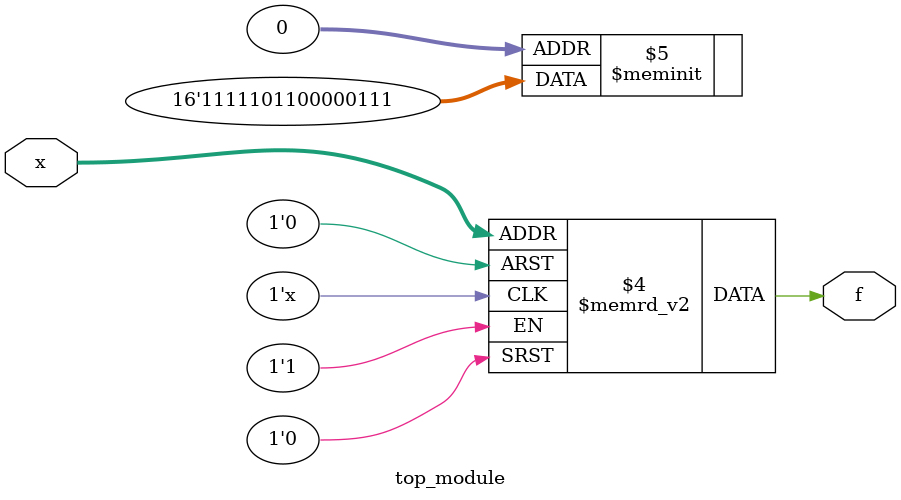
<source format=sv>
module top_module (
	input [4:1] x,
	output logic f
);

always_comb begin
	case ({x[4], x[3], x[2], x[1]})
		4'b0000: f = 1'b1;
		4'b0001: f = 1'b1;
		4'b0011: f = 1'b0;
		4'b0010: f = 1'b1;
		4'b0100: f = 1'b0;
		4'b0101: f = 1'b0;
		4'b0111: f = 1'b0;
		4'b0110: f = 1'b0;
		4'b1000: f = 1'b1;
		4'b1001: f = 1'b1;
		4'b1011: f = 1'b1;
		4'b1010: f = 1'b0;
		4'b1100: f = 1'b1;
		4'b1101: f = 1'b1;
		4'b1111: f = 1'b1;
		4'b1110: f = 1'b1;
	endcase
end

endmodule

</source>
